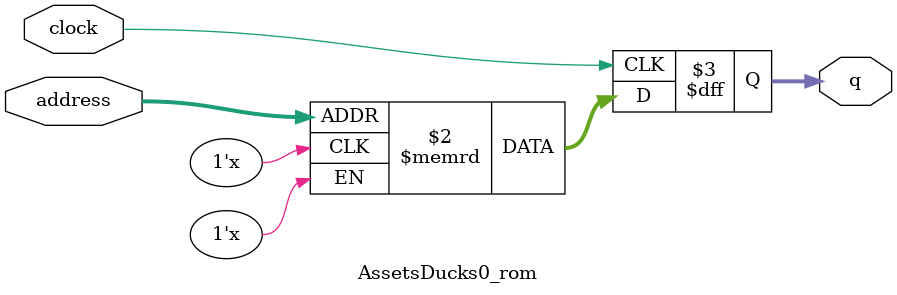
<source format=sv>
module AssetsDucks0_rom (
	input logic clock,
	input logic [11:0] address,
	output logic [3:0] q
);

logic [3:0] memory [0:4095] /* synthesis ram_init_file = "./AssetsDucks0/AssetsDucks0.mif" */;

always_ff @ (posedge clock) begin
	q <= memory[address];
end

endmodule

</source>
